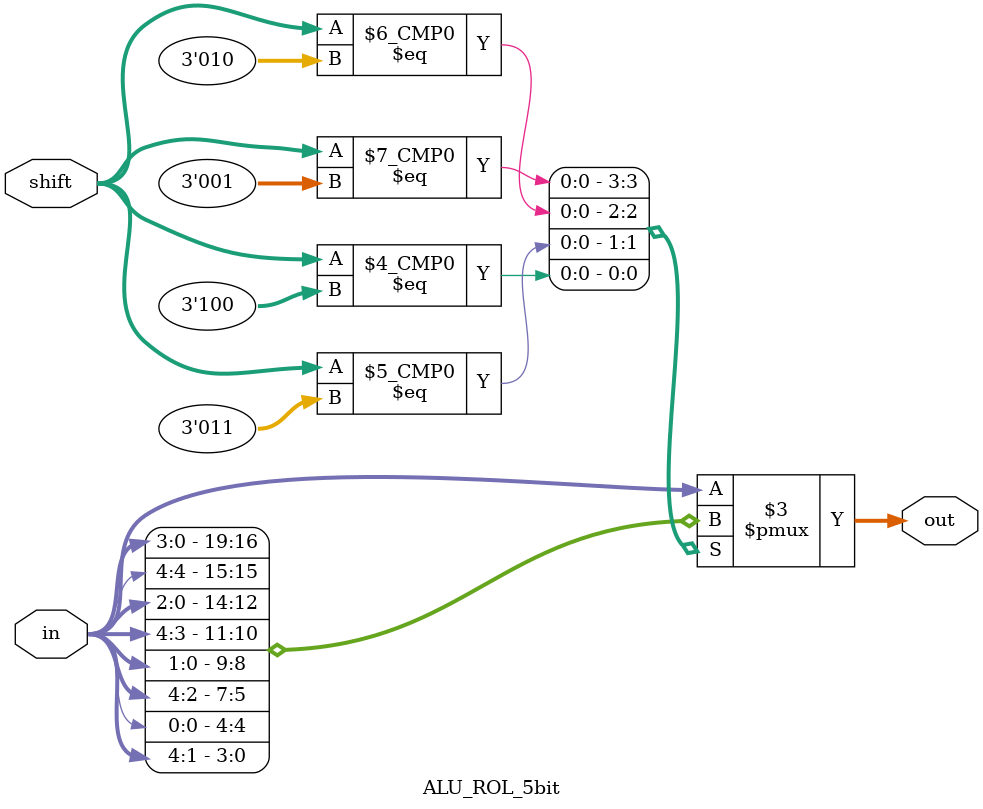
<source format=v>
module ALU_ROL_5bit
(
    input [4:0] in,
    input [2:0] shift,
    output reg [4:0] out
);

always @(*) begin
    case(shift)
        3'b000: out = in;
        3'b001: out = {in[3:0], in[4]};
        3'b010: out = {in[2:0], in[4:3]};
        3'b011: out = {in[1:0], in[4:2]};
        3'b100: out = {in[0], in[4:1]};
        default: out = in;
    endcase
end

endmodule
</source>
